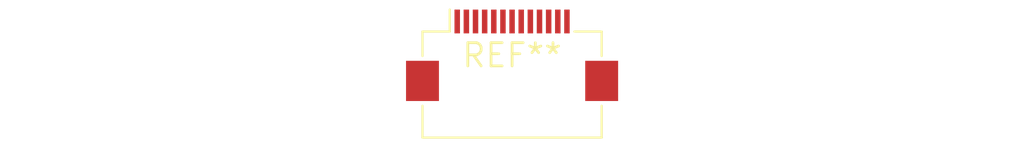
<source format=kicad_pcb>
(kicad_pcb (version 20240108) (generator pcbnew)
  (layers (0 "F.Cu" signal) (31 "B.Cu" signal) (34 "B.Paste" user) (35 "F.Paste" user) (36 "B.SilkS" user "B.Silkscreen") (37 "F.SilkS" user "F.Silkscreen") (38 "B.Mask" user) (39 "F.Mask" user) (44 "Edge.Cuts" user))
  (net 0 "")
  (footprint "Hirose_FH12-13S-0.5SH_1x13-1MP_P0.50mm_Horizontal" (layer "F.Cu") (at 0 0)
    (property "Reference" "REF**")
    (property "Value" "Hirose_FH12-13S-0.5SH_1x13-1MP_P0.50mm_Horizontal")
    (fp_line (start -4.9 -1.3) (end -4.9 0.04) (layer "F.SilkS") (stroke (width 0.12)))
    (fp_line (start -4.9 2.76) (end -4.9 4.5) (layer "F.SilkS") (stroke (width 0.12)))
    (fp_line (start -4.9 4.5) (end 4.9 4.5) (layer "F.SilkS") (stroke (width 0.12)))
    (fp_line (start -3.41 -1.3) (end -4.9 -1.3) (layer "F.SilkS") (stroke (width 0.12)))
    (fp_line (start -3.41 -1.3) (end -3.41 -2.5) (layer "F.SilkS") (stroke (width 0.12)))
    (fp_line (start 3.41 -1.3) (end 4.9 -1.3) (layer "F.SilkS") (stroke (width 0.12)))
    (fp_line (start 4.9 -1.3) (end 4.9 0.04) (layer "F.SilkS") (stroke (width 0.12)))
    (fp_line (start 4.9 4.5) (end 4.9 2.76) (layer "F.SilkS") (stroke (width 0.12)))
    (pad "1" smd rect (at -3 -1.85) (size 0.3 1.3) (layers "F.Cu" "F.Paste" "F.Mask"))
    (pad "2" smd rect (at -2.5 -1.85) (size 0.3 1.3) (layers "F.Cu" "F.Paste" "F.Mask"))
    (pad "3" smd rect (at -2 -1.85) (size 0.3 1.3) (layers "F.Cu" "F.Paste" "F.Mask"))
    (pad "4" smd rect (at -1.5 -1.85) (size 0.3 1.3) (layers "F.Cu" "F.Paste" "F.Mask"))
    (pad "5" smd rect (at -1 -1.85) (size 0.3 1.3) (layers "F.Cu" "F.Paste" "F.Mask"))
    (pad "6" smd rect (at -0.5 -1.85) (size 0.3 1.3) (layers "F.Cu" "F.Paste" "F.Mask"))
    (pad "7" smd rect (at 0 -1.85) (size 0.3 1.3) (layers "F.Cu" "F.Paste" "F.Mask"))
    (pad "8" smd rect (at 0.5 -1.85) (size 0.3 1.3) (layers "F.Cu" "F.Paste" "F.Mask"))
    (pad "9" smd rect (at 1 -1.85) (size 0.3 1.3) (layers "F.Cu" "F.Paste" "F.Mask"))
    (pad "10" smd rect (at 1.5 -1.85) (size 0.3 1.3) (layers "F.Cu" "F.Paste" "F.Mask"))
    (pad "11" smd rect (at 2 -1.85) (size 0.3 1.3) (layers "F.Cu" "F.Paste" "F.Mask"))
    (pad "12" smd rect (at 2.5 -1.85) (size 0.3 1.3) (layers "F.Cu" "F.Paste" "F.Mask"))
    (pad "13" smd rect (at 3 -1.85) (size 0.3 1.3) (layers "F.Cu" "F.Paste" "F.Mask"))
    (pad "MP" smd rect (at -4.9 1.4) (size 1.8 2.2) (layers "F.Cu" "F.Paste" "F.Mask"))
    (pad "MP" smd rect (at 4.9 1.4) (size 1.8 2.2) (layers "F.Cu" "F.Paste" "F.Mask"))
  )
)
</source>
